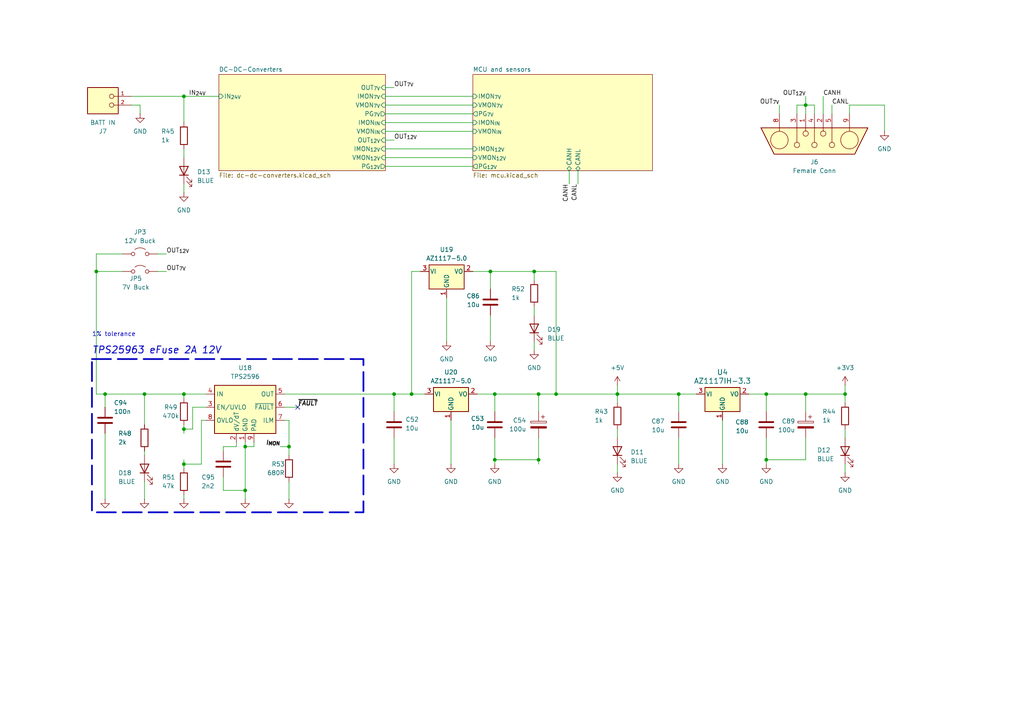
<source format=kicad_sch>
(kicad_sch (version 20250114) (generator "eeschema") (generator_version "9.0")
  (paper "A4")
  (title_block (title "Battery Power Board") (rev "Vol. 2") (company "University of Alberta EcoCar Team"))
  (lib_symbols
    (symbol "Device:C" (pin_numbers (hide yes)) (pin_names (offset 0.254))
      (property "Reference" "C" (at 0.635 2.54 0))
      (property "Value" "C" (at 0.635 -2.54 0))
      (symbol "C_0_1"
        (polyline (pts (xy -2.032 0.762) (xy 2.032 0.762)) (stroke (width 0.508)))
        (polyline (pts (xy -2.032 -0.762) (xy 2.032 -0.762)) (stroke (width 0.508)))
      )
      (symbol "C_1_1"
        (pin passive line (at 0 3.81 270) (length 2.794) (name "~") (number "1"))
        (pin passive line (at 0 -3.81 90) (length 2.794) (name "~") (number "2"))
      )
    )
    (symbol "Device:C_Polarized" (pin_numbers (hide yes)) (pin_names (offset 0.254))
      (property "Reference" "C" (at 0.635 2.54 0))
      (property "Value" "C_Polarized" (at 0.635 -2.54 0))
      (symbol "C_Polarized_0_1"
        (rectangle (start -2.286 0.508) (end 2.286 1.016))
        (polyline (pts (xy -1.778 2.286) (xy -0.762 2.286)))
        (polyline (pts (xy -1.27 2.794) (xy -1.27 1.778)))
        (rectangle (start 2.286 -0.508) (end -2.286 -1.016) (fill (type outline)))
      )
      (symbol "C_Polarized_1_1"
        (pin passive line (at 0 3.81 270) (length 2.794) (name "~") (number "1"))
        (pin passive line (at 0 -3.81 90) (length 2.794) (name "~") (number "2"))
      )
    )
    (symbol "Device:LED" (pin_numbers (hide yes)) (pin_names (offset 1.016) (hide yes))
      (property "Reference" "D" (at 0 2.54 0))
      (property "Value" "LED" (at 0 -2.54 0))
      (symbol "LED_0_1"
        (polyline (pts (xy -3.048 -0.762) (xy -4.572 -2.286) (xy -3.81 -2.286) (xy -4.572 -2.286) (xy -4.572 -1.524)))
        (polyline (pts (xy -1.778 -0.762) (xy -3.302 -2.286) (xy -2.54 -2.286) (xy -3.302 -2.286) (xy -3.302 -1.524)))
        (polyline (pts (xy -1.27 0) (xy 1.27 0)))
        (polyline (pts (xy -1.27 -1.27) (xy -1.27 1.27)) (stroke (width 0.254)))
        (polyline (pts (xy 1.27 -1.27) (xy 1.27 1.27) (xy -1.27 0) (xy 1.27 -1.27)) (stroke (width 0.254)))
      )
      (symbol "LED_1_1"
        (pin passive line (at -3.81 0 0) (length 2.54) (name "K") (number "1"))
        (pin passive line (at 3.81 0 180) (length 2.54) (name "A") (number "2"))
      )
    )
    (symbol "Device:R" (pin_numbers (hide yes)) (pin_names (offset 0))
      (property "Reference" "R" (at 2.032 0 90))
      (property "Value" "R" (at 0 0 90))
      (symbol "R_0_1"
        (rectangle (start -1.016 -2.54) (end 1.016 2.54) (stroke (width 0.254)))
      )
      (symbol "R_1_1"
        (pin passive line (at 0 3.81 270) (length 1.27) (name "~") (number "1"))
        (pin passive line (at 0 -3.81 90) (length 1.27) (name "~") (number "2"))
      )
    )
    (symbol "H2_Parts:TPS2596"
      (property "Reference" "U" (at 0 11.43 0))
      (property "Value" "TPS2596" (at 0 8.89 0))
      (symbol "TPS2596_0_1"
        (rectangle (start -8.89 6.35) (end 8.89 -7.62) (stroke (width 0.254)) (fill (type background)))
      )
      (symbol "TPS2596_1_1"
        (pin power_in line (at -11.43 3.81 0) (length 2.54) (name "IN") (number "4"))
        (pin input line (at -11.43 0 0) (length 2.54) (name "EN/UVLO") (number "3"))
        (pin input line (at -11.43 -3.81 0) (length 2.54) (name "OVLO") (number "8"))
        (pin input line (at -2.54 -10.16 90) (length 2.54) (name "dV/dT") (number "2"))
        (pin power_in line (at 0 -10.16 90) (length 2.54) (name "GND") (number "1"))
        (pin input line (at 2.54 -10.16 90) (length 2.54) (name "PAD") (number "9"))
        (pin power_out line (at 11.43 3.81 180) (length 2.54) (name "OUT") (number "5"))
        (pin output line (at 11.43 0 180) (length 2.54) (name "~{FAULT}") (number "6"))
        (pin input line (at 11.43 -3.81 180) (length 2.54) (name "ILM") (number "7"))
      )
    )
    (symbol "Jumper:Jumper_2_Open" (pin_numbers (hide yes)) (pin_names (offset 0) (hide yes)) (exclude_from_sim yes)
      (property "Reference" "JP" (at 0 2.794 0))
      (property "Value" "Jumper_2_Open" (at 0 -2.286 0))
      (symbol "Jumper_2_Open_0_0"
        (circle (center -2.032 0) (radius 0.508))
        (circle (center 2.032 0) (radius 0.508))
      )
      (symbol "Jumper_2_Open_0_1"
        (arc (start -1.524 1.27) (mid 0 1.778) (end 1.524 1.27))
      )
      (symbol "Jumper_2_Open_1_1"
        (pin passive line (at -5.08 0 0) (length 2.54) (name "A") (number "1"))
        (pin passive line (at 5.08 0 180) (length 2.54) (name "B") (number "2"))
      )
    )
    (symbol "Regulator_Linear:AZ1117-5.0" (pin_names (offset 0.254))
      (property "Reference" "U" (at -3.81 3.175 0))
      (property "Value" "AZ1117-5.0" (at 0 3.175 0))
      (symbol "AZ1117-5.0_0_1"
        (rectangle (start -5.08 1.905) (end 5.08 -5.08) (stroke (width 0.254)) (fill (type background)))
      )
      (symbol "AZ1117-5.0_1_1"
        (pin power_in line (at -7.62 0 0) (length 2.54) (name "VI") (number "3"))
        (pin power_in line (at 0 -7.62 90) (length 2.54) (name "GND") (number "1"))
        (pin power_out line (at 7.62 0 180) (length 2.54) (name "VO") (number "2"))
      )
    )
    (symbol "ecocad_lib_symbols:AZ1117IH-3.3" (pin_names (offset 0.254))
      (property "Reference" "U" (at 0 7.62 0))
      (property "Value" "AZ1117IH-3.3" (at 0 5.08 0))
      (symbol "AZ1117IH-3.3_0_1"
        (rectangle (start -5.08 1.905) (end 5.08 -5.08) (stroke (width 0.254)) (fill (type background)))
      )
      (symbol "AZ1117IH-3.3_1_1"
        (pin power_in line (at -7.62 0 0) (length 2.54) (name "VI") (number "3"))
        (pin power_in line (at 0 -7.62 90) (length 2.54) (name "GND") (number "1"))
        (pin power_out line (at 7.62 0 180) (length 2.54) (name "VO") (number "2"))
      )
    )
    (symbol "ecocad_lib_symbols:DB7W2-Female"
      (property "Reference" "J" (at 0.508 -15.494 0))
      (property "Value" "Female Conn" (at -3.556 16.256 0))
      (symbol "DB7W2-Female_0_1"
        (circle (center -1.397 5.08) (radius 0.762))
        (circle (center -1.397 0) (radius 0.762))
        (circle (center -1.397 -5.08) (radius 0.762))
        (circle (center 0 10.16) (radius 2.54))
        (circle (center 0 -10.16) (radius 2.54))
        (circle (center 1.905 2.54) (radius 0.762))
        (circle (center 1.905 -2.54) (radius 0.762))
        (polyline (pts (xy 3.556 -15.494) (xy 3.556 15.494) (xy -4.064 11.684) (xy -4.064 -11.684) (xy 3.556 -15.494)) (stroke (width 0.254)) (fill (type background)))
        (polyline (pts (xy 3.81 10.16) (xy 2.54 10.16)))
        (polyline (pts (xy 3.81 5.08) (xy -0.635 5.08)))
        (polyline (pts (xy 3.81 2.54) (xy 2.54 2.54)))
        (polyline (pts (xy 3.81 0) (xy -0.635 0)))
        (polyline (pts (xy 3.81 -2.54) (xy 2.54 -2.54)))
        (polyline (pts (xy 3.81 -5.08) (xy -0.635 -5.08)))
        (polyline (pts (xy 3.81 -10.16) (xy 2.54 -10.16)))
      )
      (symbol "DB7W2-Female_1_1"
        (pin passive line (at 7.62 10.16 180) (length 3.81) (name "") (number "9"))
        (pin passive line (at 7.62 5.08 180) (length 3.81) (name "") (number "5"))
        (pin passive line (at 7.62 2.54 180) (length 3.81) (name "") (number "2"))
        (pin passive line (at 7.62 0 180) (length 3.81) (name "") (number "4"))
        (pin passive line (at 7.62 -2.54 180) (length 3.81) (name "") (number "1"))
        (pin passive line (at 7.62 -5.08 180) (length 3.81) (name "") (number "3"))
        (pin passive line (at 7.62 -10.16 180) (length 3.81) (name "") (number "8"))
      )
    )
    (symbol "ecocad_lib_symbols:PHNX_CONN_1017521" (pin_names (offset 1.016))
      (property "Reference" "J" (at -3.556 5.08 0))
      (property "Value" "PHNX_CONN_1017521" (at -3.81 3.048 0))
      (symbol "PHNX_CONN_1017521_0_0"
        (rectangle (start -3.81 -5.08) (end 5.08 2.54) (stroke (width 0.254)) (fill (type background)))
        (circle (center -1.905 0) (radius 0.635) (stroke (width 0.1524)))
        (circle (center -1.905 -2.54) (radius 0.635) (stroke (width 0.1524)))
      )
      (symbol "PHNX_CONN_1017521_1_0"
        (pin passive line (at -7.62 0 0) (length 5.08) (name "") (number "1"))
        (pin passive line (at -7.62 -2.54 0) (length 5.08) (name "") (number "2"))
      )
    )
    (symbol "power:+3V3" (power) (pin_numbers (hide yes)) (pin_names (offset 0) (hide yes))
      (property "Value" "+3V3" (at 0 3.556 0))
      (symbol "+3V3_0_1"
        (polyline (pts (xy -0.762 1.27) (xy 0 2.54)))
        (polyline (pts (xy 0 2.54) (xy 0.762 1.27)))
        (polyline (pts (xy 0 0) (xy 0 2.54)))
      )
      (symbol "+3V3_1_1"
        (pin power_in line (at 0 0 90) (length 0) (name "~") (number "1"))
      )
    )
    (symbol "power:+5V" (power) (pin_numbers (hide yes)) (pin_names (offset 0) (hide yes))
      (property "Value" "+5V" (at 0 3.556 0))
      (symbol "+5V_0_1"
        (polyline (pts (xy -0.762 1.27) (xy 0 2.54)))
        (polyline (pts (xy 0 2.54) (xy 0.762 1.27)))
        (polyline (pts (xy 0 0) (xy 0 2.54)))
      )
      (symbol "+5V_1_1"
        (pin power_in line (at 0 0 90) (length 0) (name "~") (number "1"))
      )
    )
    (symbol "power:GND" (power) (pin_numbers (hide yes)) (pin_names (offset 0) (hide yes))
      (property "Value" "GND" (at 0 -3.81 0))
      (symbol "GND_0_1"
        (polyline (pts (xy 0 0) (xy 0 -1.27) (xy 1.27 -1.27) (xy 0 -2.54) (xy -1.27 -1.27) (xy 0 -1.27)))
      )
      (symbol "GND_1_1"
        (pin power_in line (at 0 0 270) (length 0) (name "~") (number "1"))
      )
    )
  )
  (rectangle (start 26.67 104.14) (end 105.41 148.59) (stroke (width 0.5) (type dash)))
  (text "TPS25963 eFuse 2A 12V" (at 26.67 102.87 0) (effects (font (size 2 2) (thickness 0.254) (bold yes) (italic yes)) (justify left bottom)))
  (text "1% tolerance" (at 26.67 97.79 0) (effects (font (size 1.27 1.27)) (justify left bottom)))
  (junction (at 53.34 114.3))
  (junction (at 71.12 142.24))
  (junction (at 222.25 133.35))
  (junction (at 233.68 30.48))
  (junction (at 233.68 114.3))
  (junction (at 53.34 27.94))
  (junction (at 53.34 134.62))
  (junction (at 27.94 78.74))
  (junction (at 30.48 114.3))
  (junction (at 161.29 114.3))
  (junction (at 245.11 114.3))
  (junction (at 114.3 114.3))
  (junction (at 71.12 129.54))
  (junction (at 143.51 114.3))
  (junction (at 53.34 124.46))
  (junction (at 83.82 129.54))
  (junction (at 119.38 114.3))
  (junction (at 41.91 114.3))
  (junction (at 143.51 133.35))
  (junction (at 156.21 133.35))
  (junction (at 179.07 114.3))
  (junction (at 142.24 78.74))
  (junction (at 196.85 114.3))
  (junction (at 222.25 114.3))
  (junction (at 156.21 114.3))
  (junction (at 154.94 78.74))
  (no_connect (at 86.36 118.11))
  (wire (pts (xy 111.76 38.1) (xy 137.16 38.1)))
  (wire (pts (xy 30.48 125.73) (xy 30.48 144.78)))
  (wire (pts (xy 130.81 121.92) (xy 130.81 134.62)))
  (wire (pts (xy 222.25 114.3) (xy 233.68 114.3)))
  (wire (pts (xy 246.38 30.48) (xy 246.38 33.02)))
  (wire (pts (xy 114.3 114.3) (xy 119.38 114.3)))
  (wire (pts (xy 111.76 43.18) (xy 137.16 43.18)))
  (wire (pts (xy 53.34 45.72) (xy 53.34 43.18)))
  (wire (pts (xy 111.76 35.56) (xy 137.16 35.56)))
  (wire (pts (xy 53.34 27.94) (xy 53.34 35.56)))
  (wire (pts (xy 38.1 30.48) (xy 40.64 30.48)))
  (wire (pts (xy 156.21 114.3) (xy 156.21 119.38)))
  (wire (pts (xy 114.3 25.4) (xy 111.76 25.4)))
  (wire (pts (xy 71.12 129.54) (xy 71.12 142.24)))
  (wire (pts (xy 71.12 142.24) (xy 71.12 144.78)))
  (wire (pts (xy 68.58 129.54) (xy 68.58 128.27)))
  (wire (pts (xy 233.68 127) (xy 233.68 133.35)))
  (wire (pts (xy 114.3 114.3) (xy 114.3 119.38)))
  (wire (pts (xy 156.21 134.62) (xy 156.21 133.35)))
  (wire (pts (xy 30.48 114.3) (xy 41.91 114.3)))
  (wire (pts (xy 53.34 55.88) (xy 53.34 53.34)))
  (wire (pts (xy 154.94 91.44) (xy 154.94 88.9)))
  (wire (pts (xy 156.21 114.3) (xy 161.29 114.3)))
  (wire (pts (xy 226.06 30.48) (xy 226.06 33.02)))
  (wire (pts (xy 156.21 127) (xy 156.21 133.35)))
  (wire (pts (xy 40.64 30.48) (xy 40.64 33.02)))
  (wire (pts (xy 233.68 30.48) (xy 231.14 30.48)))
  (wire (pts (xy 179.07 127) (xy 179.07 124.46)))
  (wire (pts (xy 64.77 142.24) (xy 71.12 142.24)))
  (wire (pts (xy 222.25 133.35) (xy 233.68 133.35)))
  (wire (pts (xy 114.3 40.64) (xy 111.76 40.64)))
  (wire (pts (xy 114.3 127) (xy 114.3 134.62)))
  (wire (pts (xy 138.43 114.3) (xy 143.51 114.3)))
  (wire (pts (xy 245.11 134.62) (xy 245.11 137.16)))
  (wire (pts (xy 179.07 111.76) (xy 179.07 114.3)))
  (wire (pts (xy 111.76 48.26) (xy 137.16 48.26)))
  (wire (pts (xy 82.55 118.11) (xy 86.36 118.11)))
  (wire (pts (xy 222.25 133.35) (xy 222.25 134.62)))
  (wire (pts (xy 143.51 114.3) (xy 156.21 114.3)))
  (wire (pts (xy 142.24 78.74) (xy 154.94 78.74)))
  (wire (pts (xy 27.94 78.74) (xy 27.94 114.3)))
  (wire (pts (xy 196.85 114.3) (xy 196.85 119.38)))
  (wire (pts (xy 41.91 139.7) (xy 41.91 144.78)))
  (wire (pts (xy 30.48 114.3) (xy 30.48 118.11)))
  (wire (pts (xy 71.12 129.54) (xy 71.12 128.27)))
  (wire (pts (xy 241.3 30.48) (xy 241.3 33.02)))
  (wire (pts (xy 27.94 73.66) (xy 27.94 78.74)))
  (wire (pts (xy 154.94 101.6) (xy 154.94 99.06)))
  (wire (pts (xy 59.69 118.11) (xy 55.88 118.11)))
  (wire (pts (xy 161.29 78.74) (xy 161.29 114.3)))
  (wire (pts (xy 196.85 114.3) (xy 201.93 114.3)))
  (wire (pts (xy 143.51 133.35) (xy 156.21 133.35)))
  (wire (pts (xy 73.66 129.54) (xy 73.66 128.27)))
  (wire (pts (xy 82.55 114.3) (xy 114.3 114.3)))
  (wire (pts (xy 83.82 121.92) (xy 82.55 121.92)))
  (wire (pts (xy 161.29 114.3) (xy 179.07 114.3)))
  (wire (pts (xy 53.34 143.51) (xy 53.34 144.78)))
  (wire (pts (xy 129.54 86.36) (xy 129.54 99.06)))
  (wire (pts (xy 121.92 78.74) (xy 119.38 78.74)))
  (wire (pts (xy 48.26 73.66) (xy 45.72 73.66)))
  (wire (pts (xy 222.25 127) (xy 222.25 133.35)))
  (wire (pts (xy 233.68 30.48) (xy 233.68 33.02)))
  (wire (pts (xy 111.76 45.72) (xy 137.16 45.72)))
  (wire (pts (xy 38.1 27.94) (xy 53.34 27.94)))
  (wire (pts (xy 64.77 129.54) (xy 68.58 129.54)))
  (wire (pts (xy 256.54 30.48) (xy 246.38 30.48)))
  (wire (pts (xy 111.76 27.94) (xy 137.16 27.94)))
  (wire (pts (xy 167.64 53.34) (xy 167.64 49.53)))
  (wire (pts (xy 238.76 27.94) (xy 238.76 33.02)))
  (wire (pts (xy 53.34 27.94) (xy 63.5 27.94)))
  (wire (pts (xy 143.51 114.3) (xy 143.51 119.38)))
  (wire (pts (xy 256.54 38.1) (xy 256.54 30.48)))
  (wire (pts (xy 53.34 124.46) (xy 53.34 125.73)))
  (wire (pts (xy 233.68 114.3) (xy 245.11 114.3)))
  (wire (pts (xy 64.77 138.43) (xy 64.77 142.24)))
  (wire (pts (xy 143.51 133.35) (xy 143.51 134.62)))
  (wire (pts (xy 58.42 121.92) (xy 59.69 121.92)))
  (wire (pts (xy 233.68 30.48) (xy 236.22 30.48)))
  (wire (pts (xy 142.24 91.44) (xy 142.24 99.06)))
  (wire (pts (xy 245.11 111.76) (xy 245.11 114.3)))
  (wire (pts (xy 233.68 114.3) (xy 233.68 119.38)))
  (wire (pts (xy 41.91 130.81) (xy 41.91 132.08)))
  (wire (pts (xy 35.56 78.74) (xy 27.94 78.74)))
  (wire (pts (xy 137.16 78.74) (xy 142.24 78.74)))
  (wire (pts (xy 154.94 81.28) (xy 154.94 78.74)))
  (wire (pts (xy 233.68 27.94) (xy 233.68 30.48)))
  (wire (pts (xy 209.55 121.92) (xy 209.55 134.62)))
  (wire (pts (xy 81.28 129.54) (xy 83.82 129.54)))
  (wire (pts (xy 196.85 127) (xy 196.85 134.62)))
  (wire (pts (xy 236.22 30.48) (xy 236.22 33.02)))
  (wire (pts (xy 83.82 129.54) (xy 83.82 121.92)))
  (wire (pts (xy 154.94 78.74) (xy 161.29 78.74)))
  (wire (pts (xy 222.25 114.3) (xy 222.25 119.38)))
  (wire (pts (xy 179.07 137.16) (xy 179.07 134.62)))
  (wire (pts (xy 142.24 78.74) (xy 142.24 83.82)))
  (wire (pts (xy 231.14 30.48) (xy 231.14 33.02)))
  (wire (pts (xy 53.34 123.19) (xy 53.34 124.46)))
  (wire (pts (xy 53.34 124.46) (xy 55.88 124.46)))
  (wire (pts (xy 58.42 134.62) (xy 58.42 121.92)))
  (wire (pts (xy 53.34 135.89) (xy 53.34 134.62)))
  (wire (pts (xy 119.38 78.74) (xy 119.38 114.3)))
  (wire (pts (xy 53.34 134.62) (xy 58.42 134.62)))
  (wire (pts (xy 53.34 115.57) (xy 53.34 114.3)))
  (wire (pts (xy 53.34 134.62) (xy 53.34 133.35)))
  (wire (pts (xy 27.94 114.3) (xy 30.48 114.3)))
  (wire (pts (xy 165.1 53.34) (xy 165.1 49.53)))
  (wire (pts (xy 41.91 114.3) (xy 41.91 123.19)))
  (wire (pts (xy 83.82 139.7) (xy 83.82 144.78)))
  (wire (pts (xy 41.91 114.3) (xy 53.34 114.3)))
  (wire (pts (xy 45.72 78.74) (xy 48.26 78.74)))
  (wire (pts (xy 111.76 30.48) (xy 137.16 30.48)))
  (wire (pts (xy 55.88 118.11) (xy 55.88 124.46)))
  (wire (pts (xy 217.17 114.3) (xy 222.25 114.3)))
  (wire (pts (xy 71.12 129.54) (xy 73.66 129.54)))
  (wire (pts (xy 111.76 33.02) (xy 137.16 33.02)))
  (wire (pts (xy 179.07 114.3) (xy 196.85 114.3)))
  (wire (pts (xy 83.82 132.08) (xy 83.82 129.54)))
  (wire (pts (xy 53.34 114.3) (xy 59.69 114.3)))
  (wire (pts (xy 119.38 114.3) (xy 123.19 114.3)))
  (wire (pts (xy 245.11 116.84) (xy 245.11 114.3)))
  (wire (pts (xy 245.11 124.46) (xy 245.11 127)))
  (wire (pts (xy 179.07 114.3) (xy 179.07 116.84)))
  (wire (pts (xy 143.51 127) (xy 143.51 133.35)))
  (wire (pts (xy 27.94 73.66) (xy 35.56 73.66)))
  (wire (pts (xy 64.77 130.81) (xy 64.77 129.54)))
  (label "OUT_{12V}" (at 48.26 73.66 0))
  (label "I_{MON}" (at 81.28 129.54 180) (effects (font (bold yes) (italic yes))))
  (label "~{FAULT}" (at 86.36 118.11 0) (effects (font (bold yes) (italic yes))))
  (label "CANL" (at 241.3 30.48 0))
  (label "OUT_{12V}" (at 233.68 27.94 180))
  (label "OUT_{12V}" (at 114.3 40.64 0))
  (label "CANL" (at 167.64 53.34 270))
  (label "IN_{24V}" (at 59.69 27.94 180))
  (label "OUT_{7V}" (at 226.06 30.48 180))
  (label "CANH" (at 165.1 53.34 270))
  (label "OUT_{7V}" (at 114.3 25.4 0))
  (label "OUT_{7V}" (at 48.26 78.74 0))
  (label "CANH" (at 238.76 27.94 0))
  (symbol (lib_id "power:+5V") (at 179.07 111.76 0) (unit 1)
    (property "Reference" "#PWR075" (effects (hide yes)))
    (property "Value" "+5V" (at 179.07 106.68 0))
    (property "Description" "Power symbol creates a global label with name \"+5V\"" (effects (hide yes)))
  )
  (symbol (lib_id "power:GND") (at 53.34 55.88 0) (unit 1)
    (property "Reference" "#PWR070" (effects (hide yes)))
    (property "Value" "GND" (at 53.34 60.96 0))
    (property "Description" "Power symbol creates a global label with name \"GND\" , ground" (effects (hide yes)))
  )
  (symbol (lib_id "Regulator_Linear:AZ1117-5.0") (at 129.54 78.74 0) (unit 1)
    (property "Reference" "U19" (at 129.54 72.39 0))
    (property "Value" "AZ1117-5.0" (at 129.54 74.93 0))
    (property "Footprint" "Package_TO_SOT_SMD:SOT-223-3_TabPin2" (effects (hide yes)))
    (property "Datasheet" "https://www.diodes.com/assets/Datasheets/AZ1117.pdf" (effects (hide yes)))
    (property "Description" "1A 20V Fixed LDO Linear Regulator, 5.0V, SOT-89/SOT-223/TO-220/TO-252/TO-263" (effects (hide yes)))
  )
  (symbol (lib_id "Device:R") (at 245.11 120.65 0) (unit 1)
    (property "Reference" "R44" (at 238.506 119.38 0) (effects (justify left)))
    (property "Value" "1k" (at 238.506 121.92 0) (effects (justify left)))
    (property "Footprint" "Resistor_SMD:R_0603_1608Metric" (effects (hide yes)))
    (property "Description" "Resistor" (effects (hide yes)))
  )
  (symbol (lib_id "Jumper:Jumper_2_Open") (at 40.64 78.74 0) (unit 1) (exclude_from_sim yes)
    (property "Reference" "JP5" (at 39.37 80.772 0))
    (property "Value" "7V Buck" (at 39.37 83.312 0))
    (property "Footprint" "ecocad_lib_footprints:J_0603_Triangular" (effects (hide yes)))
    (property "Description" "Jumper, 2-pole, open" (effects (hide yes)))
  )
  (symbol (lib_id "power:GND") (at 71.12 144.78 0) (unit 1)
    (property "Reference" "#PWR090" (effects (hide yes)))
    (property "Value" "GND" (effects (hide yes)))
  )
  (symbol (lib_id "Device:LED") (at 154.94 95.25 90) (unit 1)
    (property "Reference" "D19" (at 158.75 95.5674 90) (effects (justify right)))
    (property "Value" "BLUE" (at 158.75 98.1074 90) (effects (justify right)))
    (property "Footprint" "LED_SMD:LED_0603_1608Metric" (effects (hide yes)))
    (property "Description" "Light emitting diode" (effects (hide yes)))
  )
  (symbol (lib_id "Device:R") (at 53.34 119.38 180) (unit 1)
    (property "Reference" "R49" (at 49.53 118.11 0))
    (property "Value" "470k" (at 49.53 120.65 0))
    (property "Footprint" "Resistor_SMD:R_0603_1608Metric" (effects (hide yes)))
    (property "JLCPCB Part#(optional)" "C17709" (effects (hide yes)))
  )
  (symbol (lib_id "H2_Parts:TPS2596") (at 71.12 118.11 0) (unit 1)
    (property "Reference" "U18" (at 71.12 106.68 0))
    (property "Value" "TPS2596" (at 71.12 109.22 0))
    (property "Footprint" "Package_SO:TI_SO-PowerPAD-8" (effects (hide yes)))
    (property "Datasheet" "https://www.ti.com/lit/gpn/tps2596" (effects (hide yes)))
    (property "DK #" "296-TPS259631DDARCT-ND" (effects (hide yes)))
  )
  (symbol (lib_id "power:GND") (at 53.34 144.78 0) (unit 1)
    (property "Reference" "#PWR089" (effects (hide yes)))
    (property "Value" "GND" (effects (hide yes)))
  )
  (symbol (lib_id "ecocad_lib_symbols:AZ1117IH-3.3") (at 209.55 114.3 0) (unit 1)
    (property "Reference" "U4" (at 209.55 107.95 0) (effects (font (size 1.524 1.524))))
    (property "Value" "AZ1117IH-3.3" (at 209.55 110.49 0) (effects (font (size 1.524 1.524))))
    (property "Footprint" "Package_TO_SOT_SMD:SOT-223-3_TabPin2" (effects (hide yes)))
    (property "Datasheet" "AZ1117IH-3.3TRG1" (effects (hide yes)))
  )
  (symbol (lib_id "Device:R") (at 53.34 139.7 0) (unit 1)
    (property "Reference" "R51" (at 46.99 138.43 0) (effects (justify left)))
    (property "Value" "47k" (at 46.99 140.97 0) (effects (justify left)))
    (property "Footprint" "Resistor_SMD:R_0603_1608Metric" (effects (hide yes)))
    (property "JLCPCB Part#(optional)" "C17713" (effects (hide yes)))
  )
  (symbol (lib_id "ecocad_lib_symbols:DB7W2-Female") (at 236.22 40.64 270) (mirror x) (unit 1)
    (property "Reference" "J6" (at 236.22 46.99 90))
    (property "Value" "Female Conn" (at 236.22 49.53 90))
    (property "Footprint" "ecocad_lib_footprints:DB7W2-Female" (effects (hide yes)))
  )
  (symbol (lib_id "Device:C_Polarized") (at 156.21 123.19 0) (mirror y) (unit 1)
    (property "Reference" "C54" (at 152.654 121.92 0) (effects (justify left)))
    (property "Value" "100u" (at 152.654 124.46 0) (effects (justify left)))
    (property "Footprint" "Capacitor_SMD:CP_Elec_6.3x9.9" (effects (hide yes)))
    (property "Description" "Polarized capacitor" (effects (hide yes)))
    (property "LCSC#" "C72478" (effects (hide yes)))
  )
  (symbol (lib_id "power:GND") (at 30.48 144.78 0) (unit 1)
    (property "Reference" "#PWR087" (effects (hide yes)))
    (property "Value" "GND" (effects (hide yes)))
  )
  (symbol (lib_id "Device:C") (at 222.25 123.19 0) (mirror y) (unit 1)
    (property "Reference" "C88" (at 217.17 122.428 0) (effects (justify left)))
    (property "Value" "10u" (at 217.17 124.968 0) (effects (justify left)))
    (property "Footprint" "Capacitor_SMD:C_0805_2012Metric" (effects (hide yes)))
    (property "Description" "Unpolarized capacitor" (effects (hide yes)))
    (property "LCSC#" "C15850" (effects (hide yes)))
  )
  (symbol (lib_id "Device:R") (at 154.94 85.09 0) (unit 1)
    (property "Reference" "R52" (at 148.336 83.82 0) (effects (justify left)))
    (property "Value" "1k" (at 148.336 86.36 0) (effects (justify left)))
    (property "Footprint" "Resistor_SMD:R_0603_1608Metric" (effects (hide yes)))
    (property "Description" "Resistor" (effects (hide yes)))
  )
  (symbol (lib_id "Device:LED") (at 245.11 130.81 90) (unit 1)
    (property "Reference" "D12" (at 236.982 130.556 90) (effects (justify right)))
    (property "Value" "BLUE" (at 236.982 133.096 90) (effects (justify right)))
    (property "Footprint" "LED_SMD:LED_0603_1608Metric" (effects (hide yes)))
    (property "Description" "Light emitting diode" (effects (hide yes)))
  )
  (symbol (lib_id "Device:C") (at 143.51 123.19 0) (mirror y) (unit 1)
    (property "Reference" "C53" (at 140.462 121.412 0) (effects (justify left)))
    (property "Value" "10u" (at 140.462 123.952 0) (effects (justify left)))
    (property "Footprint" "Capacitor_SMD:C_0805_2012Metric" (effects (hide yes)))
    (property "Description" "Unpolarized capacitor" (effects (hide yes)))
    (property "LCSC#" "C15850" (effects (hide yes)))
  )
  (symbol (lib_id "Device:R") (at 179.07 120.65 0) (unit 1)
    (property "Reference" "R43" (at 172.466 119.38 0) (effects (justify left)))
    (property "Value" "1k" (at 172.466 121.92 0) (effects (justify left)))
    (property "Footprint" "Resistor_SMD:R_0603_1608Metric" (effects (hide yes)))
    (property "Description" "Resistor" (effects (hide yes)))
  )
  (symbol (lib_id "power:GND") (at 40.64 33.02 0) (unit 1)
    (property "Reference" "#PWR068" (effects (hide yes)))
    (property "Value" "GND" (at 40.64 38.1 0))
    (property "Description" "Power symbol creates a global label with name \"GND\" , ground" (effects (hide yes)))
  )
  (symbol (lib_id "Jumper:Jumper_2_Open") (at 40.64 73.66 0) (unit 1) (exclude_from_sim yes)
    (property "Reference" "JP3" (at 40.64 67.31 0))
    (property "Value" "12V Buck" (at 40.64 69.85 0))
    (property "Footprint" "ecocad_lib_footprints:J_0603_Triangular" (effects (hide yes)))
    (property "Description" "Jumper, 2-pole, open" (effects (hide yes)))
  )
  (symbol (lib_id "power:GND") (at 142.24 99.06 0) (unit 1)
    (property "Reference" "#PWR097" (effects (hide yes)))
    (property "Value" "GND" (at 142.24 104.14 0))
    (property "Description" "Power symbol creates a global label with name \"GND\" , ground" (effects (hide yes)))
  )
  (symbol (lib_id "Device:C") (at 114.3 123.19 0) (unit 1)
    (property "Reference" "C52" (at 117.602 121.666 0) (effects (justify left)))
    (property "Value" "10u" (at 117.602 124.206 0) (effects (justify left)))
    (property "Footprint" "Capacitor_SMD:C_0805_2012Metric" (effects (hide yes)))
    (property "Description" "Unpolarized capacitor" (effects (hide yes)))
    (property "LCSC#" "C15850" (effects (hide yes)))
  )
  (symbol (lib_id "Device:C_Polarized") (at 233.68 123.19 0) (mirror y) (unit 1)
    (property "Reference" "C89" (at 230.632 122.174 0) (effects (justify left)))
    (property "Value" "100u" (at 230.632 124.714 0) (effects (justify left)))
    (property "Footprint" "Capacitor_SMD:CP_Elec_6.3x9.9" (effects (hide yes)))
    (property "Description" "Polarized capacitor" (effects (hide yes)))
    (property "LCSC#" "C72478" (effects (hide yes)))
  )
  (symbol (lib_id "ecocad_lib_symbols:PHNX_CONN_1017521") (at 30.48 27.94 0) (mirror y) (unit 1)
    (property "Reference" "J7" (at 29.845 38.1 0))
    (property "Value" "BATT IN" (at 29.845 35.56 0))
    (property "Footprint" "ecocad_lib_footprints:PHOENIX_1017521" (effects (hide yes)))
    (property "PARTREV" "04.01.2018" (effects (hide yes)))
    (property "MANUFACTURER" "Phoenix Contact" (effects (hide yes)))
    (property "MAXIMUM_PACKAGE_HEIGHT" "23.6mm" (effects (hide yes)))
    (property "STANDARD" "Manufacturer Recommendations" (effects (hide yes)))
  )
  (symbol (lib_id "Device:C") (at 30.48 121.92 0) (unit 1)
    (property "Reference" "C94" (at 33.02 116.84 0) (effects (justify left)))
    (property "Value" "100n" (at 33.02 119.38 0) (effects (justify left)))
    (property "Footprint" "Capacitor_SMD:C_0603_1608Metric" (effects (hide yes)))
    (property "JLCPCB Part#(Optional)" "C28233" (effects (hide yes)))
    (property "JLCPCB Part#(optional)" "C49678" (effects (hide yes)))
  )
  (symbol (lib_id "power:GND") (at 41.91 144.78 0) (unit 1)
    (property "Reference" "#PWR088" (effects (hide yes)))
    (property "Value" "GND" (effects (hide yes)))
  )
  (symbol (lib_id "power:GND") (at 130.81 134.62 0) (unit 1)
    (property "Reference" "#PWR073" (effects (hide yes)))
    (property "Value" "GND" (at 130.81 139.7 0))
    (property "Description" "Power symbol creates a global label with name \"GND\" , ground" (effects (hide yes)))
  )
  (symbol (lib_id "power:GND") (at 83.82 144.78 0) (unit 1)
    (property "Reference" "#PWR092" (effects (hide yes)))
    (property "Value" "GND" (effects (hide yes)))
  )
  (symbol (lib_id "power:GND") (at 154.94 101.6 0) (unit 1)
    (property "Reference" "#PWR084" (effects (hide yes)))
    (property "Value" "GND" (at 154.94 106.68 0))
    (property "Description" "Power symbol creates a global label with name \"GND\" , ground" (effects (hide yes)))
  )
  (symbol (lib_id "Device:R") (at 83.82 135.89 0) (unit 1)
    (property "Reference" "R53" (at 78.74 134.62 0) (effects (justify left)))
    (property "Value" "680R" (at 77.47 137.16 0) (effects (justify left)))
    (property "Footprint" "Resistor_SMD:R_0603_1608Metric" (effects (hide yes)))
    (property "JLCPCB Part#(Optional)" "C23220" (effects (hide yes)))
    (property "JLCPCB Part#(optional)" "C23220" (effects (hide yes)))
  )
  (symbol (lib_id "Regulator_Linear:AZ1117-5.0") (at 130.81 114.3 0) (unit 1)
    (property "Reference" "U20" (at 130.81 107.95 0))
    (property "Value" "AZ1117-5.0" (at 130.81 110.49 0))
    (property "Footprint" "Package_TO_SOT_SMD:SOT-223-3_TabPin2" (effects (hide yes)))
    (property "Datasheet" "https://www.diodes.com/assets/Datasheets/AZ1117.pdf" (effects (hide yes)))
    (property "Description" "1A 20V Fixed LDO Linear Regulator, 5.0V, SOT-89/SOT-223/TO-220/TO-252/TO-263" (effects (hide yes)))
  )
  (symbol (lib_id "power:GND") (at 114.3 134.62 0) (unit 1)
    (property "Reference" "#PWR072" (effects (hide yes)))
    (property "Value" "GND" (at 114.3 139.7 0))
    (property "Description" "Power symbol creates a global label with name \"GND\" , ground" (effects (hide yes)))
  )
  (symbol (lib_id "Device:R") (at 41.91 127 0) (unit 1)
    (property "Reference" "R48" (at 34.29 125.73 0) (effects (justify left)))
    (property "Value" "2k" (at 34.29 128.27 0) (effects (justify left)))
    (property "Footprint" "Resistor_SMD:R_0603_1608Metric" (effects (hide yes)))
    (property "JLCPCB Part#(Optional)" "C17604" (effects (hide yes)))
    (property "JLCPCB Part#(optional)" "C17604" (effects (hide yes)))
  )
  (symbol (lib_id "power:GND") (at 179.07 137.16 0) (unit 1)
    (property "Reference" "#PWR076" (effects (hide yes)))
    (property "Value" "GND" (at 179.07 142.24 0))
    (property "Description" "Power symbol creates a global label with name \"GND\" , ground" (effects (hide yes)))
  )
  (symbol (lib_id "power:GND") (at 196.85 134.62 0) (mirror y) (unit 1)
    (property "Reference" "#PWR077" (effects (hide yes)))
    (property "Value" "GND" (at 196.85 139.7 0))
    (property "Description" "Power symbol creates a global label with name \"GND\" , ground" (effects (hide yes)))
  )
  (symbol (lib_id "Device:R") (at 53.34 39.37 0) (unit 1)
    (property "Reference" "R45" (at 46.736 38.1 0) (effects (justify left)))
    (property "Value" "1k" (at 46.736 40.64 0) (effects (justify left)))
    (property "Footprint" "Resistor_SMD:R_0603_1608Metric" (effects (hide yes)))
    (property "Description" "Resistor" (effects (hide yes)))
  )
  (symbol (lib_id "Device:C") (at 196.85 123.19 0) (mirror y) (unit 1)
    (property "Reference" "C87" (at 192.786 122.174 0) (effects (justify left)))
    (property "Value" "10u" (at 192.786 124.714 0) (effects (justify left)))
    (property "Footprint" "Capacitor_SMD:C_0805_2012Metric" (effects (hide yes)))
    (property "Description" "Unpolarized capacitor" (effects (hide yes)))
    (property "LCSC#" "C15850" (effects (hide yes)))
  )
  (symbol (lib_id "power:GND") (at 222.25 134.62 0) (unit 1)
    (property "Reference" "#PWR079" (effects (hide yes)))
    (property "Value" "GND" (at 222.25 139.7 0))
    (property "Description" "Power symbol creates a global label with name \"GND\" , ground" (effects (hide yes)))
  )
  (symbol (lib_id "Device:LED") (at 41.91 135.89 90) (unit 1)
    (property "Reference" "D18" (at 34.29 137.16 90) (effects (justify right)))
    (property "Value" "BLUE" (at 34.29 139.7 90) (effects (justify right)))
    (property "Footprint" "LED_SMD:LED_0603_1608Metric" (effects (hide yes)))
  )
  (symbol (lib_id "power:GND") (at 256.54 38.1 0) (unit 1)
    (property "Reference" "#PWR013" (effects (hide yes)))
    (property "Value" "GND" (at 256.54 43.18 0))
    (property "Description" "Power symbol creates a global label with name \"GND\" , ground" (effects (hide yes)))
  )
  (symbol (lib_id "power:GND") (at 143.51 134.62 0) (unit 1)
    (property "Reference" "#PWR074" (effects (hide yes)))
    (property "Value" "GND" (at 143.51 139.7 0))
    (property "Description" "Power symbol creates a global label with name \"GND\" , ground" (effects (hide yes)))
  )
  (symbol (lib_id "power:GND") (at 245.11 137.16 0) (unit 1)
    (property "Reference" "#PWR081" (effects (hide yes)))
    (property "Value" "GND" (at 245.11 142.24 0))
    (property "Description" "Power symbol creates a global label with name \"GND\" , ground" (effects (hide yes)))
  )
  (symbol (lib_id "Device:C") (at 64.77 134.62 0) (unit 1)
    (property "Reference" "C95" (at 58.42 138.43 0) (effects (justify left)))
    (property "Value" "2n2" (at 58.42 140.97 0) (effects (justify left)))
    (property "Footprint" "Capacitor_SMD:C_0603_1608Metric" (effects (hide yes)))
    (property "JLCPCB Part#(Optional)" "C1531" (effects (hide yes)))
    (property "JLCPCB Part#(optional)" "C1531" (effects (hide yes)))
  )
  (symbol (lib_id "Device:LED") (at 179.07 130.81 90) (unit 1)
    (property "Reference" "D11" (at 182.88 131.1274 90) (effects (justify right)))
    (property "Value" "BLUE" (at 182.88 133.6674 90) (effects (justify right)))
    (property "Footprint" "LED_SMD:LED_0603_1608Metric" (effects (hide yes)))
    (property "Description" "Light emitting diode" (effects (hide yes)))
  )
  (symbol (lib_id "power:GND") (at 209.55 134.62 0) (unit 1)
    (property "Reference" "#PWR078" (effects (hide yes)))
    (property "Value" "GND" (at 209.55 139.7 0))
    (property "Description" "Power symbol creates a global label with name \"GND\" , ground" (effects (hide yes)))
  )
  (symbol (lib_id "Device:LED") (at 53.34 49.53 90) (unit 1)
    (property "Reference" "D13" (at 57.15 49.8474 90) (effects (justify right)))
    (property "Value" "BLUE" (at 57.15 52.3874 90) (effects (justify right)))
    (property "Footprint" "LED_SMD:LED_0603_1608Metric" (effects (hide yes)))
    (property "Description" "Light emitting diode" (effects (hide yes)))
  )
  (symbol (lib_id "Device:C") (at 142.24 87.63 0) (mirror y) (unit 1)
    (property "Reference" "C86" (at 139.192 85.852 0) (effects (justify left)))
    (property "Value" "10u" (at 139.192 88.392 0) (effects (justify left)))
    (property "Footprint" "Capacitor_SMD:C_0805_2012Metric" (effects (hide yes)))
    (property "Description" "Unpolarized capacitor" (effects (hide yes)))
    (property "LCSC#" "C15850" (effects (hide yes)))
  )
  (symbol (lib_id "power:GND") (at 129.54 99.06 0) (unit 1)
    (property "Reference" "#PWR096" (effects (hide yes)))
    (property "Value" "GND" (at 129.54 104.14 0))
    (property "Description" "Power symbol creates a global label with name \"GND\" , ground" (effects (hide yes)))
  )
  (symbol (lib_id "power:+3V3") (at 245.11 111.76 0) (unit 1)
    (property "Reference" "#PWR080" (effects (hide yes)))
    (property "Value" "+3V3" (at 245.11 106.68 0))
    (property "Description" "Power symbol creates a global label with name \"+3V3\"" (effects (hide yes)))
  )
  (sheet (at 63.5 21.59) (size 48.26 27.94) (stroke (width 0.1524)) (fill (color 255 255 194 1.0000))
    (property "Sheetname" "DC-DC-Converters" (at 63.5 20.8784 0) (effects (justify left bottom)))
    (property "Sheetfile" "dc-dc-converters.kicad_sch" (at 63.5 50.1146 0) (effects (justify left top)))
    (pin "OUT_{7V}" input (at 111.76 25.4 0))
    (pin "PG_{12V}" output (at 111.76 48.26 0))
    (pin "OUT_{12V}" input (at 111.76 40.64 0))
    (pin "PG_{7V}" output (at 111.76 33.02 0))
    (pin "IN_{24V}" input (at 63.5 27.94 180))
    (pin "IMON_{12V}" input (at 111.76 43.18 0))
    (pin "VMON_{12V}" input (at 111.76 45.72 0))
    (pin "IMON_{7V}" input (at 111.76 27.94 0))
    (pin "VMON_{7V}" input (at 111.76 30.48 0))
    (pin "IMON_{IN}" input (at 111.76 35.56 0))
    (pin "VMON_{IN}" input (at 111.76 38.1 0))
  )
  (sheet (at 137.16 21.59) (size 52.07 27.94) (stroke (width 0.1524)) (fill (color 255 255 194 1.0000))
    (property "Sheetname" "MCU and sensors" (at 137.16 20.8784 0) (effects (justify left bottom)))
    (property "Sheetfile" "mcu.kicad_sch" (at 137.16 50.1146 0) (effects (justify left top)))
    (pin "IMON_{12V}" input (at 137.16 43.18 180))
    (pin "PG_{12V}" output (at 137.16 48.26 180))
    (pin "VMON_{12V}" input (at 137.16 45.72 180))
    (pin "VMON_{IN}" input (at 137.16 38.1 180))
    (pin "IMON_{IN}" input (at 137.16 35.56 180))
    (pin "PG_{7V}" output (at 137.16 33.02 180))
    (pin "VMON_{7V}" input (at 137.16 30.48 180))
    (pin "IMON_{7V}" input (at 137.16 27.94 180))
    (pin "CANH" bidirectional (at 165.1 49.53 270))
    (pin "CANL" bidirectional (at 167.64 49.53 270))
  )
)
</source>
